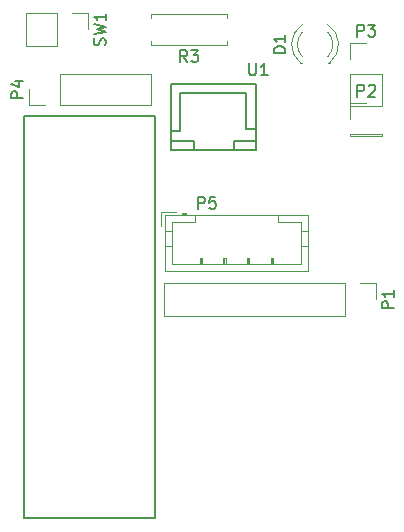
<source format=gto>
G04 #@! TF.FileFunction,Legend,Top*
%FSLAX46Y46*%
G04 Gerber Fmt 4.6, Leading zero omitted, Abs format (unit mm)*
G04 Created by KiCad (PCBNEW 4.0.4+e1-6308~48~ubuntu16.04.1-stable) date Fri Mar 30 16:09:55 2018*
%MOMM*%
%LPD*%
G01*
G04 APERTURE LIST*
%ADD10C,0.100000*%
%ADD11C,0.150000*%
%ADD12C,0.120000*%
G04 APERTURE END LIST*
D10*
D11*
X72346000Y-56410000D02*
X74346000Y-56410000D01*
X72346000Y-55610000D02*
X73146000Y-55610000D01*
X74346000Y-56410000D02*
X74346000Y-57210000D01*
X79546000Y-56410000D02*
X78146000Y-56410000D01*
X78146000Y-56410000D02*
X77946000Y-56410000D01*
X77946000Y-56410000D02*
X77746000Y-56410000D01*
X77746000Y-56410000D02*
X77746000Y-57010000D01*
X77746000Y-57010000D02*
X77746000Y-57210000D01*
X77746000Y-57210000D02*
X77746000Y-57010000D01*
X73146000Y-55610000D02*
X73146000Y-52410000D01*
X73146000Y-52410000D02*
X78746000Y-52410000D01*
X78746000Y-52410000D02*
X78746000Y-55410000D01*
X78746000Y-55410000D02*
X79546000Y-55410000D01*
X72346000Y-51610000D02*
X79546000Y-51610000D01*
X79546000Y-51610000D02*
X79546000Y-57210000D01*
X79546000Y-57210000D02*
X72346000Y-57210000D01*
X72346000Y-57210000D02*
X72346000Y-51610000D01*
D12*
X83503392Y-46587665D02*
G75*
G03X83346484Y-49820000I1078608J-1672335D01*
G01*
X85660608Y-46587665D02*
G75*
G02X85817516Y-49820000I-1078608J-1672335D01*
G01*
X83502163Y-47218870D02*
G75*
G03X83502000Y-49300961I1079837J-1041130D01*
G01*
X85661837Y-47218870D02*
G75*
G02X85662000Y-49300961I-1079837J-1041130D01*
G01*
X83346000Y-49820000D02*
X83502000Y-49820000D01*
X85662000Y-49820000D02*
X85818000Y-49820000D01*
X87122000Y-68460000D02*
X71762000Y-68460000D01*
X71762000Y-68460000D02*
X71762000Y-71240000D01*
X71762000Y-71240000D02*
X87122000Y-71240000D01*
X87122000Y-71240000D02*
X87122000Y-68460000D01*
X88392000Y-68460000D02*
X89782000Y-68460000D01*
X89782000Y-68460000D02*
X89782000Y-69850000D01*
X77124000Y-47970000D02*
X77124000Y-48300000D01*
X77124000Y-48300000D02*
X70704000Y-48300000D01*
X70704000Y-48300000D02*
X70704000Y-47970000D01*
X77124000Y-46010000D02*
X77124000Y-45680000D01*
X77124000Y-45680000D02*
X70704000Y-45680000D01*
X70704000Y-45680000D02*
X70704000Y-46010000D01*
X62738000Y-45600000D02*
X60078000Y-45600000D01*
X60078000Y-45600000D02*
X60078000Y-48380000D01*
X60078000Y-48380000D02*
X62738000Y-48380000D01*
X62738000Y-48380000D02*
X62738000Y-45600000D01*
X64008000Y-45600000D02*
X65398000Y-45600000D01*
X65398000Y-45600000D02*
X65398000Y-46990000D01*
X87510000Y-50800000D02*
X87510000Y-53460000D01*
X87510000Y-53460000D02*
X90290000Y-53460000D01*
X90290000Y-53460000D02*
X90290000Y-50800000D01*
X90290000Y-50800000D02*
X87510000Y-50800000D01*
X87510000Y-49530000D02*
X87510000Y-48140000D01*
X87510000Y-48140000D02*
X88900000Y-48140000D01*
X87510000Y-55880000D02*
X87510000Y-56000000D01*
X87510000Y-56000000D02*
X90290000Y-56000000D01*
X90290000Y-56000000D02*
X90290000Y-55880000D01*
X90290000Y-55880000D02*
X87510000Y-55880000D01*
X87510000Y-54610000D02*
X87510000Y-53220000D01*
X87510000Y-53220000D02*
X88900000Y-53220000D01*
D11*
X59944000Y-54356000D02*
X59944000Y-88392000D01*
X59944000Y-88392000D02*
X70993000Y-88392000D01*
X59944000Y-54356000D02*
X70993000Y-54356000D01*
X70993000Y-54356000D02*
X70993000Y-88392000D01*
D12*
X62992000Y-53400000D02*
X70672000Y-53400000D01*
X70672000Y-53400000D02*
X70672000Y-50740000D01*
X70672000Y-50740000D02*
X62992000Y-50740000D01*
X62992000Y-50740000D02*
X62992000Y-53400000D01*
X61722000Y-53400000D02*
X60392000Y-53400000D01*
X60392000Y-53400000D02*
X60392000Y-52070000D01*
X71864000Y-62716000D02*
X71864000Y-67416000D01*
X71864000Y-67416000D02*
X83964000Y-67416000D01*
X83964000Y-67416000D02*
X83964000Y-62716000D01*
X83964000Y-62716000D02*
X71864000Y-62716000D01*
X74414000Y-62716000D02*
X74414000Y-63316000D01*
X74414000Y-63316000D02*
X72464000Y-63316000D01*
X72464000Y-63316000D02*
X72464000Y-66816000D01*
X72464000Y-66816000D02*
X83364000Y-66816000D01*
X83364000Y-66816000D02*
X83364000Y-63316000D01*
X83364000Y-63316000D02*
X81414000Y-63316000D01*
X81414000Y-63316000D02*
X81414000Y-62716000D01*
X71864000Y-64016000D02*
X72464000Y-64016000D01*
X71864000Y-65316000D02*
X72464000Y-65316000D01*
X83964000Y-64016000D02*
X83364000Y-64016000D01*
X83964000Y-65316000D02*
X83364000Y-65316000D01*
X73614000Y-62716000D02*
X73614000Y-62516000D01*
X73614000Y-62516000D02*
X73314000Y-62516000D01*
X73314000Y-62516000D02*
X73314000Y-62716000D01*
X73614000Y-62616000D02*
X73314000Y-62616000D01*
X74814000Y-66816000D02*
X74814000Y-66316000D01*
X74814000Y-66316000D02*
X75014000Y-66316000D01*
X75014000Y-66316000D02*
X75014000Y-66816000D01*
X74914000Y-66816000D02*
X74914000Y-66316000D01*
X76814000Y-66816000D02*
X76814000Y-66316000D01*
X76814000Y-66316000D02*
X77014000Y-66316000D01*
X77014000Y-66316000D02*
X77014000Y-66816000D01*
X76914000Y-66816000D02*
X76914000Y-66316000D01*
X78814000Y-66816000D02*
X78814000Y-66316000D01*
X78814000Y-66316000D02*
X79014000Y-66316000D01*
X79014000Y-66316000D02*
X79014000Y-66816000D01*
X78914000Y-66816000D02*
X78914000Y-66316000D01*
X80814000Y-66816000D02*
X80814000Y-66316000D01*
X80814000Y-66316000D02*
X81014000Y-66316000D01*
X81014000Y-66316000D02*
X81014000Y-66816000D01*
X80914000Y-66816000D02*
X80914000Y-66316000D01*
X72814000Y-62416000D02*
X71564000Y-62416000D01*
X71564000Y-62416000D02*
X71564000Y-63666000D01*
D11*
X78984095Y-49862381D02*
X78984095Y-50671905D01*
X79031714Y-50767143D01*
X79079333Y-50814762D01*
X79174571Y-50862381D01*
X79365048Y-50862381D01*
X79460286Y-50814762D01*
X79507905Y-50767143D01*
X79555524Y-50671905D01*
X79555524Y-49862381D01*
X80555524Y-50862381D02*
X79984095Y-50862381D01*
X80269809Y-50862381D02*
X80269809Y-49862381D01*
X80174571Y-50005238D01*
X80079333Y-50100476D01*
X79984095Y-50148095D01*
X82074381Y-48998095D02*
X81074381Y-48998095D01*
X81074381Y-48760000D01*
X81122000Y-48617142D01*
X81217238Y-48521904D01*
X81312476Y-48474285D01*
X81502952Y-48426666D01*
X81645810Y-48426666D01*
X81836286Y-48474285D01*
X81931524Y-48521904D01*
X82026762Y-48617142D01*
X82074381Y-48760000D01*
X82074381Y-48998095D01*
X82074381Y-47474285D02*
X82074381Y-48045714D01*
X82074381Y-47760000D02*
X81074381Y-47760000D01*
X81217238Y-47855238D01*
X81312476Y-47950476D01*
X81360095Y-48045714D01*
X91234381Y-70588095D02*
X90234381Y-70588095D01*
X90234381Y-70207142D01*
X90282000Y-70111904D01*
X90329619Y-70064285D01*
X90424857Y-70016666D01*
X90567714Y-70016666D01*
X90662952Y-70064285D01*
X90710571Y-70111904D01*
X90758190Y-70207142D01*
X90758190Y-70588095D01*
X91234381Y-69064285D02*
X91234381Y-69635714D01*
X91234381Y-69350000D02*
X90234381Y-69350000D01*
X90377238Y-69445238D01*
X90472476Y-69540476D01*
X90520095Y-69635714D01*
X73747334Y-49752381D02*
X73414000Y-49276190D01*
X73175905Y-49752381D02*
X73175905Y-48752381D01*
X73556858Y-48752381D01*
X73652096Y-48800000D01*
X73699715Y-48847619D01*
X73747334Y-48942857D01*
X73747334Y-49085714D01*
X73699715Y-49180952D01*
X73652096Y-49228571D01*
X73556858Y-49276190D01*
X73175905Y-49276190D01*
X74080667Y-48752381D02*
X74699715Y-48752381D01*
X74366381Y-49133333D01*
X74509239Y-49133333D01*
X74604477Y-49180952D01*
X74652096Y-49228571D01*
X74699715Y-49323810D01*
X74699715Y-49561905D01*
X74652096Y-49657143D01*
X74604477Y-49704762D01*
X74509239Y-49752381D01*
X74223524Y-49752381D01*
X74128286Y-49704762D01*
X74080667Y-49657143D01*
X66802762Y-48323333D02*
X66850381Y-48180476D01*
X66850381Y-47942380D01*
X66802762Y-47847142D01*
X66755143Y-47799523D01*
X66659905Y-47751904D01*
X66564667Y-47751904D01*
X66469429Y-47799523D01*
X66421810Y-47847142D01*
X66374190Y-47942380D01*
X66326571Y-48132857D01*
X66278952Y-48228095D01*
X66231333Y-48275714D01*
X66136095Y-48323333D01*
X66040857Y-48323333D01*
X65945619Y-48275714D01*
X65898000Y-48228095D01*
X65850381Y-48132857D01*
X65850381Y-47894761D01*
X65898000Y-47751904D01*
X65850381Y-47418571D02*
X66850381Y-47180476D01*
X66136095Y-46989999D01*
X66850381Y-46799523D01*
X65850381Y-46561428D01*
X66850381Y-45656666D02*
X66850381Y-46228095D01*
X66850381Y-45942381D02*
X65850381Y-45942381D01*
X65993238Y-46037619D01*
X66088476Y-46132857D01*
X66136095Y-46228095D01*
X88161905Y-47592381D02*
X88161905Y-46592381D01*
X88542858Y-46592381D01*
X88638096Y-46640000D01*
X88685715Y-46687619D01*
X88733334Y-46782857D01*
X88733334Y-46925714D01*
X88685715Y-47020952D01*
X88638096Y-47068571D01*
X88542858Y-47116190D01*
X88161905Y-47116190D01*
X89066667Y-46592381D02*
X89685715Y-46592381D01*
X89352381Y-46973333D01*
X89495239Y-46973333D01*
X89590477Y-47020952D01*
X89638096Y-47068571D01*
X89685715Y-47163810D01*
X89685715Y-47401905D01*
X89638096Y-47497143D01*
X89590477Y-47544762D01*
X89495239Y-47592381D01*
X89209524Y-47592381D01*
X89114286Y-47544762D01*
X89066667Y-47497143D01*
X88161905Y-52672381D02*
X88161905Y-51672381D01*
X88542858Y-51672381D01*
X88638096Y-51720000D01*
X88685715Y-51767619D01*
X88733334Y-51862857D01*
X88733334Y-52005714D01*
X88685715Y-52100952D01*
X88638096Y-52148571D01*
X88542858Y-52196190D01*
X88161905Y-52196190D01*
X89114286Y-51767619D02*
X89161905Y-51720000D01*
X89257143Y-51672381D01*
X89495239Y-51672381D01*
X89590477Y-51720000D01*
X89638096Y-51767619D01*
X89685715Y-51862857D01*
X89685715Y-51958095D01*
X89638096Y-52100952D01*
X89066667Y-52672381D01*
X89685715Y-52672381D01*
X59844381Y-52808095D02*
X58844381Y-52808095D01*
X58844381Y-52427142D01*
X58892000Y-52331904D01*
X58939619Y-52284285D01*
X59034857Y-52236666D01*
X59177714Y-52236666D01*
X59272952Y-52284285D01*
X59320571Y-52331904D01*
X59368190Y-52427142D01*
X59368190Y-52808095D01*
X59177714Y-51379523D02*
X59844381Y-51379523D01*
X58796762Y-51617619D02*
X59511048Y-51855714D01*
X59511048Y-51236666D01*
X74675905Y-62168381D02*
X74675905Y-61168381D01*
X75056858Y-61168381D01*
X75152096Y-61216000D01*
X75199715Y-61263619D01*
X75247334Y-61358857D01*
X75247334Y-61501714D01*
X75199715Y-61596952D01*
X75152096Y-61644571D01*
X75056858Y-61692190D01*
X74675905Y-61692190D01*
X76152096Y-61168381D02*
X75675905Y-61168381D01*
X75628286Y-61644571D01*
X75675905Y-61596952D01*
X75771143Y-61549333D01*
X76009239Y-61549333D01*
X76104477Y-61596952D01*
X76152096Y-61644571D01*
X76199715Y-61739810D01*
X76199715Y-61977905D01*
X76152096Y-62073143D01*
X76104477Y-62120762D01*
X76009239Y-62168381D01*
X75771143Y-62168381D01*
X75675905Y-62120762D01*
X75628286Y-62073143D01*
M02*

</source>
